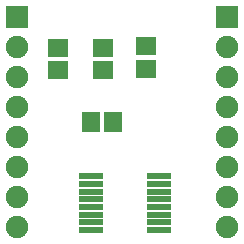
<source format=gts>
G04 DipTrace 3.1.0.1*
G04 FR2311_Breakout.gts*
%MOIN*%
G04 #@! TF.FileFunction,Soldermask,Top*
G04 #@! TF.Part,Single*
%ADD27R,0.078866X0.023748*%
%ADD29R,0.059181X0.067055*%
%ADD31C,0.074929*%
%ADD33R,0.074929X0.074929*%
%ADD35R,0.067055X0.059181*%
%FSLAX26Y26*%
G04*
G70*
G90*
G75*
G01*
G04 TopMask*
%LPD*%
D35*
X924652Y1071810D3*
Y1146613D3*
X781915Y1066412D3*
Y1141215D3*
X631980Y1066412D3*
Y1141215D3*
D33*
X494000Y1244000D3*
D31*
Y1144000D3*
Y1044000D3*
Y944000D3*
Y844000D3*
Y744000D3*
Y644000D3*
Y544000D3*
D33*
X1194000Y1244000D3*
D31*
Y1144000D3*
Y1044000D3*
Y944000D3*
Y844000D3*
Y744000D3*
Y644000D3*
Y544000D3*
D29*
X739333Y893688D3*
X814136D3*
D27*
X739706Y712773D3*
Y687182D3*
Y661592D3*
Y636001D3*
Y610411D3*
Y584820D3*
Y559230D3*
Y533639D3*
X968060D3*
X968052Y559230D3*
Y584820D3*
Y610411D3*
Y636001D3*
Y661592D3*
Y687182D3*
Y712773D3*
M02*

</source>
